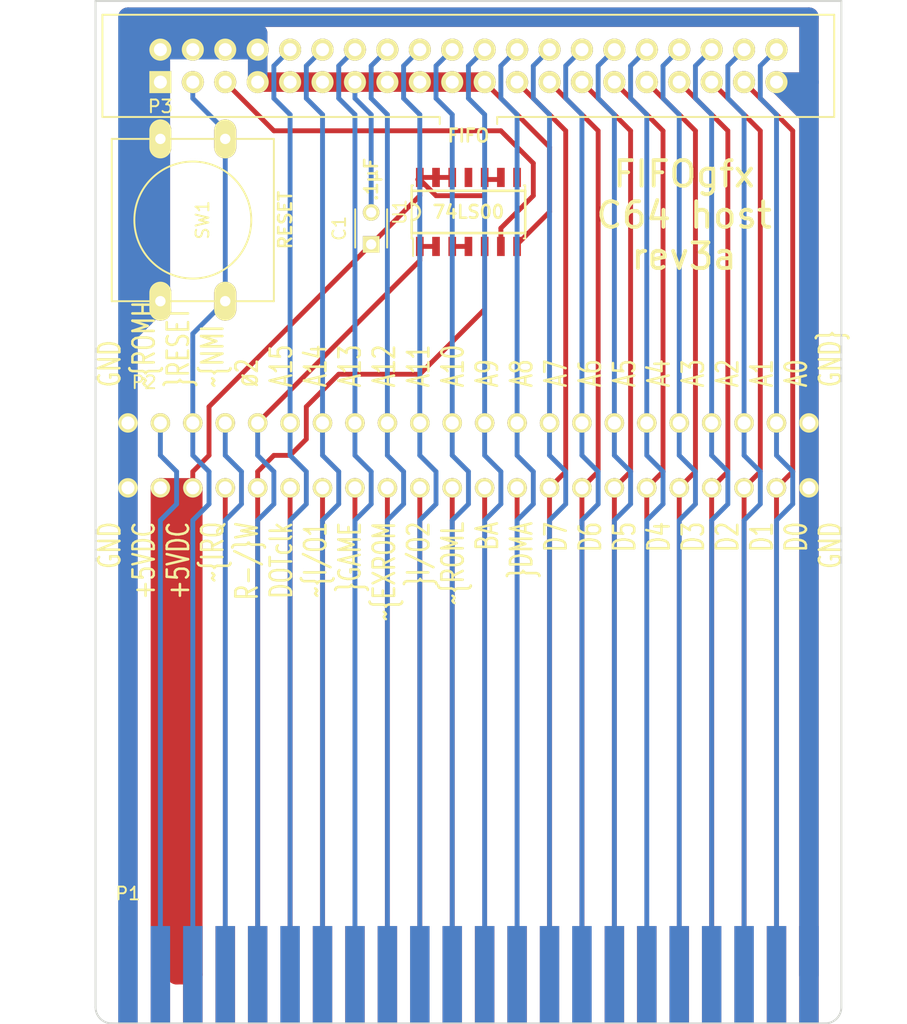
<source format=kicad_pcb>
(kicad_pcb (version 4) (host pcbnew 4.0.2-stable)

  (general
    (links 104)
    (no_connects 0)
    (area 114.024999 40.564999 183.155001 120.85)
    (thickness 1.6)
    (drawings 20)
    (tracks 323)
    (zones 0)
    (modules 6)
    (nets 45)
  )

  (page A4)
  (layers
    (0 F.Cu signal)
    (31 B.Cu signal)
    (32 B.Adhes user)
    (33 F.Adhes user)
    (34 B.Paste user)
    (35 F.Paste user)
    (36 B.SilkS user)
    (37 F.SilkS user)
    (38 B.Mask user)
    (39 F.Mask user)
    (40 Dwgs.User user)
    (41 Cmts.User user)
    (42 Eco1.User user)
    (43 Eco2.User user)
    (44 Edge.Cuts user)
    (45 Margin user)
    (46 B.CrtYd user)
    (47 F.CrtYd user)
    (48 B.Fab user)
    (49 F.Fab user hide)
  )

  (setup
    (last_trace_width 0.381)
    (user_trace_width 0.381)
    (trace_clearance 0.2)
    (zone_clearance 0.508)
    (zone_45_only no)
    (trace_min 0.2)
    (segment_width 0.2)
    (edge_width 0.15)
    (via_size 0.6)
    (via_drill 0.4)
    (via_min_size 0.4)
    (via_min_drill 0.3)
    (uvia_size 0.3)
    (uvia_drill 0.1)
    (uvias_allowed no)
    (uvia_min_size 0.2)
    (uvia_min_drill 0.1)
    (pcb_text_width 0.3)
    (pcb_text_size 1.5 1.5)
    (mod_edge_width 0.15)
    (mod_text_size 1 1)
    (mod_text_width 0.15)
    (pad_size 1.524 1.524)
    (pad_drill 0.762)
    (pad_to_mask_clearance 0.2)
    (aux_axis_origin 0 0)
    (visible_elements FFFFFF7F)
    (pcbplotparams
      (layerselection 0x010e0_80000001)
      (usegerberextensions true)
      (excludeedgelayer false)
      (linewidth 0.100000)
      (plotframeref false)
      (viasonmask false)
      (mode 1)
      (useauxorigin false)
      (hpglpennumber 1)
      (hpglpenspeed 20)
      (hpglpendiameter 15)
      (hpglpenoverlay 2)
      (psnegative false)
      (psa4output false)
      (plotreference false)
      (plotvalue false)
      (plotinvisibletext false)
      (padsonsilk false)
      (subtractmaskfromsilk true)
      (outputformat 1)
      (mirror false)
      (drillshape 0)
      (scaleselection 1)
      (outputdirectory gerber/))
  )

  (net 0 "")
  (net 1 +5V)
  (net 2 GND)
  (net 3 /~IRQ)
  (net 4 /R/~W)
  (net 5 /DOTCLK)
  (net 6 /~I/O1)
  (net 7 /~GAME)
  (net 8 /~EXROM)
  (net 9 /~I/O2)
  (net 10 /~ROML)
  (net 11 /BA)
  (net 12 /~DMA)
  (net 13 /D7)
  (net 14 /D6)
  (net 15 /D5)
  (net 16 /D4)
  (net 17 /D3)
  (net 18 /D2)
  (net 19 /D1)
  (net 20 /D0)
  (net 21 /~ROMH)
  (net 22 /~RESET)
  (net 23 /~NMI)
  (net 24 /PHI2)
  (net 25 /A15)
  (net 26 /A14)
  (net 27 /A13)
  (net 28 /A12)
  (net 29 /A11)
  (net 30 /A10)
  (net 31 /A9)
  (net 32 /A8)
  (net 33 /A7)
  (net 34 /A6)
  (net 35 /A5)
  (net 36 /A4)
  (net 37 /A3)
  (net 38 /A2)
  (net 39 /A1)
  (net 40 /A0)
  (net 41 "Net-(P3-Pad5)")
  (net 42 "Net-(U1-Pad3)")
  (net 43 "Net-(U1-Pad8)")
  (net 44 "Net-(U1-Pad11)")

  (net_class Default "This is the default net class."
    (clearance 0.2)
    (trace_width 0.381)
    (via_dia 0.6)
    (via_drill 0.4)
    (uvia_dia 0.3)
    (uvia_drill 0.1)
    (add_net /A0)
    (add_net /A1)
    (add_net /A10)
    (add_net /A11)
    (add_net /A12)
    (add_net /A13)
    (add_net /A14)
    (add_net /A15)
    (add_net /A2)
    (add_net /A3)
    (add_net /A4)
    (add_net /A5)
    (add_net /A6)
    (add_net /A7)
    (add_net /A8)
    (add_net /A9)
    (add_net /BA)
    (add_net /D0)
    (add_net /D1)
    (add_net /D2)
    (add_net /D3)
    (add_net /D4)
    (add_net /D5)
    (add_net /D6)
    (add_net /D7)
    (add_net /DOTCLK)
    (add_net /PHI2)
    (add_net /R/~W)
    (add_net /~DMA)
    (add_net /~EXROM)
    (add_net /~GAME)
    (add_net /~I/O1)
    (add_net /~I/O2)
    (add_net /~IRQ)
    (add_net /~NMI)
    (add_net /~RESET)
    (add_net /~ROMH)
    (add_net /~ROML)
    (add_net "Net-(P3-Pad5)")
    (add_net "Net-(U1-Pad11)")
    (add_net "Net-(U1-Pad3)")
    (add_net "Net-(U1-Pad8)")
  )

  (net_class Power ""
    (clearance 0.2)
    (trace_width 1.524)
    (via_dia 0.6)
    (via_drill 0.4)
    (uvia_dia 0.3)
    (uvia_drill 0.1)
    (add_net +5V)
    (add_net GND)
  )

  (module Housings_SOIC:SOIC-14_3.9x8.7mm_Pitch1.27mm (layer F.Cu) (tedit 54130A77) (tstamp 5765C950)
    (at 148.59 57.15 90)
    (descr "14-Lead Plastic Small Outline (SL) - Narrow, 3.90 mm Body [SOIC] (see Microchip Packaging Specification 00000049BS.pdf)")
    (tags "SOIC 1.27")
    (path /57648237)
    (attr smd)
    (fp_text reference U1 (at 0 -5.375 90) (layer F.SilkS)
      (effects (font (size 1 1) (thickness 0.15)))
    )
    (fp_text value 74LS00 (at 0 5.375 90) (layer F.Fab)
      (effects (font (size 1 1) (thickness 0.15)))
    )
    (fp_line (start -3.7 -4.65) (end -3.7 4.65) (layer F.CrtYd) (width 0.05))
    (fp_line (start 3.7 -4.65) (end 3.7 4.65) (layer F.CrtYd) (width 0.05))
    (fp_line (start -3.7 -4.65) (end 3.7 -4.65) (layer F.CrtYd) (width 0.05))
    (fp_line (start -3.7 4.65) (end 3.7 4.65) (layer F.CrtYd) (width 0.05))
    (fp_line (start -2.075 -4.45) (end -2.075 -4.335) (layer F.SilkS) (width 0.15))
    (fp_line (start 2.075 -4.45) (end 2.075 -4.335) (layer F.SilkS) (width 0.15))
    (fp_line (start 2.075 4.45) (end 2.075 4.335) (layer F.SilkS) (width 0.15))
    (fp_line (start -2.075 4.45) (end -2.075 4.335) (layer F.SilkS) (width 0.15))
    (fp_line (start -2.075 -4.45) (end 2.075 -4.45) (layer F.SilkS) (width 0.15))
    (fp_line (start -2.075 4.45) (end 2.075 4.45) (layer F.SilkS) (width 0.15))
    (fp_line (start -2.075 -4.335) (end -3.45 -4.335) (layer F.SilkS) (width 0.15))
    (pad 1 smd rect (at -2.7 -3.81 90) (size 1.5 0.6) (layers F.Cu F.Paste F.Mask)
      (net 24 /PHI2))
    (pad 2 smd rect (at -2.7 -2.54 90) (size 1.5 0.6) (layers F.Cu F.Paste F.Mask)
      (net 24 /PHI2))
    (pad 3 smd rect (at -2.7 -1.27 90) (size 1.5 0.6) (layers F.Cu F.Paste F.Mask)
      (net 42 "Net-(U1-Pad3)"))
    (pad 4 smd rect (at -2.7 0 90) (size 1.5 0.6) (layers F.Cu F.Paste F.Mask)
      (net 42 "Net-(U1-Pad3)"))
    (pad 5 smd rect (at -2.7 1.27 90) (size 1.5 0.6) (layers F.Cu F.Paste F.Mask)
      (net 4 /R/~W))
    (pad 6 smd rect (at -2.7 2.54 90) (size 1.5 0.6) (layers F.Cu F.Paste F.Mask)
      (net 41 "Net-(P3-Pad5)"))
    (pad 7 smd rect (at -2.7 3.81 90) (size 1.5 0.6) (layers F.Cu F.Paste F.Mask)
      (net 2 GND))
    (pad 8 smd rect (at 2.7 3.81 90) (size 1.5 0.6) (layers F.Cu F.Paste F.Mask)
      (net 43 "Net-(U1-Pad8)"))
    (pad 9 smd rect (at 2.7 2.54 90) (size 1.5 0.6) (layers F.Cu F.Paste F.Mask)
      (net 1 +5V))
    (pad 10 smd rect (at 2.7 1.27 90) (size 1.5 0.6) (layers F.Cu F.Paste F.Mask)
      (net 1 +5V))
    (pad 11 smd rect (at 2.7 0 90) (size 1.5 0.6) (layers F.Cu F.Paste F.Mask)
      (net 44 "Net-(U1-Pad11)"))
    (pad 12 smd rect (at 2.7 -1.27 90) (size 1.5 0.6) (layers F.Cu F.Paste F.Mask)
      (net 1 +5V))
    (pad 13 smd rect (at 2.7 -2.54 90) (size 1.5 0.6) (layers F.Cu F.Paste F.Mask)
      (net 1 +5V))
    (pad 14 smd rect (at 2.7 -3.81 90) (size 1.5 0.6) (layers F.Cu F.Paste F.Mask)
      (net 1 +5V))
    (model Housings_SOIC.3dshapes/SOIC-14_3.9x8.7mm_Pitch1.27mm.wrl
      (at (xyz 0 0 0))
      (scale (xyz 1 1 1))
      (rotate (xyz 0 0 0))
    )
  )

  (module c64cart:c64cartedge (layer F.Cu) (tedit 576851E1) (tstamp 57665F6C)
    (at 148.59 116.84)
    (path /576183F6)
    (fp_text reference P1 (at -26.67 -6.35) (layer F.SilkS)
      (effects (font (size 1 1) (thickness 0.15)))
    )
    (fp_text value c64cartedge (at 0 -6.35) (layer F.Fab)
      (effects (font (size 1 1) (thickness 0.15)))
    )
    (fp_text user "C64 case" (at -33.02 -29.21) (layer F.Fab)
      (effects (font (size 1 1) (thickness 0.15)))
    )
    (fp_line (start -27.94 -27.94) (end 29.21 -27.94) (layer F.Fab) (width 0.15))
    (fp_line (start 29.21 -27.94) (end -29.21 -27.94) (layer F.Fab) (width 0.15))
    (pad 1 connect rect (at -26.67 0) (size 1.524 7.62) (layers *.Mask F.Cu)
      (net 2 GND))
    (pad 2 connect rect (at -24.13 0) (size 1.524 7.62) (layers *.Mask F.Cu)
      (net 1 +5V))
    (pad 3 connect rect (at -21.59 0) (size 1.524 7.62) (layers *.Mask F.Cu)
      (net 1 +5V))
    (pad 4 connect rect (at -19.05 0) (size 1.524 7.62) (layers *.Mask F.Cu)
      (net 3 /~IRQ))
    (pad 5 connect rect (at -16.51 0) (size 1.524 7.62) (layers *.Mask F.Cu)
      (net 4 /R/~W))
    (pad 6 connect rect (at -13.97 0) (size 1.524 7.62) (layers *.Mask F.Cu)
      (net 5 /DOTCLK))
    (pad 7 connect rect (at -11.43 0) (size 1.524 7.62) (layers *.Mask F.Cu)
      (net 6 /~I/O1))
    (pad 8 connect rect (at -8.89 0) (size 1.524 7.62) (layers *.Mask F.Cu)
      (net 7 /~GAME))
    (pad 9 connect rect (at -6.35 0) (size 1.524 7.62) (layers *.Mask F.Cu)
      (net 8 /~EXROM))
    (pad 10 connect rect (at -3.81 0) (size 1.524 7.62) (layers *.Mask F.Cu)
      (net 9 /~I/O2))
    (pad 11 connect rect (at -1.27 0) (size 1.524 7.62) (layers *.Mask F.Cu)
      (net 10 /~ROML))
    (pad 12 connect rect (at 1.27 0) (size 1.524 7.62) (layers *.Mask F.Cu)
      (net 11 /BA))
    (pad 13 connect rect (at 3.81 0) (size 1.524 7.62) (layers *.Mask F.Cu)
      (net 12 /~DMA))
    (pad 14 connect rect (at 6.35 0) (size 1.524 7.62) (layers *.Mask F.Cu)
      (net 13 /D7))
    (pad 15 connect rect (at 8.89 0) (size 1.524 7.62) (layers *.Mask F.Cu)
      (net 14 /D6))
    (pad 16 connect rect (at 11.43 0) (size 1.524 7.62) (layers *.Mask F.Cu)
      (net 15 /D5))
    (pad 17 connect rect (at 13.97 0) (size 1.524 7.62) (layers *.Mask F.Cu)
      (net 16 /D4))
    (pad 18 connect rect (at 16.51 0) (size 1.524 7.62) (layers *.Mask F.Cu)
      (net 17 /D3))
    (pad 19 connect rect (at 19.05 0) (size 1.524 7.62) (layers *.Mask F.Cu)
      (net 18 /D2))
    (pad 20 connect rect (at 21.59 0) (size 1.524 7.62) (layers *.Mask F.Cu)
      (net 19 /D1))
    (pad 21 connect rect (at 24.13 0) (size 1.524 7.62) (layers *.Mask F.Cu)
      (net 20 /D0))
    (pad 22 connect rect (at 26.67 0) (size 1.524 7.62) (layers *.Mask F.Cu)
      (net 2 GND))
    (pad 23 connect rect (at -26.67 0) (size 1.524 7.62) (layers *.Mask B.Cu)
      (net 2 GND))
    (pad 24 connect rect (at -24.13 0) (size 1.524 7.62) (layers *.Mask B.Cu)
      (net 21 /~ROMH))
    (pad 25 connect rect (at -21.59 0) (size 1.524 7.62) (layers *.Mask B.Cu)
      (net 22 /~RESET))
    (pad 26 connect rect (at -19.05 0) (size 1.524 7.62) (layers *.Mask B.Cu)
      (net 23 /~NMI))
    (pad 27 connect rect (at -16.51 0) (size 1.524 7.62) (layers *.Mask B.Cu)
      (net 24 /PHI2))
    (pad 28 connect rect (at -13.97 0) (size 1.524 7.62) (layers *.Mask B.Cu)
      (net 25 /A15))
    (pad 29 connect rect (at -11.43 0) (size 1.524 7.62) (layers *.Mask B.Cu)
      (net 26 /A14))
    (pad 30 connect rect (at -8.89 0) (size 1.524 7.62) (layers *.Mask B.Cu)
      (net 27 /A13))
    (pad 31 connect rect (at -6.35 0) (size 1.524 7.62) (layers *.Mask B.Cu)
      (net 28 /A12))
    (pad 32 connect rect (at -3.81 0) (size 1.524 7.62) (layers *.Mask B.Cu)
      (net 29 /A11))
    (pad 33 connect rect (at -1.27 0) (size 1.524 7.62) (layers *.Mask B.Cu)
      (net 30 /A10))
    (pad 34 connect rect (at 1.27 0) (size 1.524 7.62) (layers *.Mask B.Cu)
      (net 31 /A9))
    (pad 35 connect rect (at 3.81 0) (size 1.524 7.62) (layers *.Mask B.Cu)
      (net 32 /A8))
    (pad 36 connect rect (at 6.35 0) (size 1.524 7.62) (layers *.Mask B.Cu)
      (net 33 /A7))
    (pad 37 connect rect (at 8.89 0) (size 1.524 7.62) (layers *.Mask B.Cu)
      (net 34 /A6))
    (pad 38 connect rect (at 11.43 0) (size 1.524 7.62) (layers *.Mask B.Cu)
      (net 35 /A5))
    (pad 39 connect rect (at 13.97 0) (size 1.524 7.62) (layers *.Mask B.Cu)
      (net 36 /A4))
    (pad 40 connect rect (at 16.51 0) (size 1.524 7.62) (layers *.Mask B.Cu)
      (net 37 /A3))
    (pad 41 connect rect (at 19.05 0) (size 1.524 7.62) (layers *.Mask B.Cu)
      (net 38 /A2))
    (pad 42 connect rect (at 21.59 0) (size 1.524 7.62) (layers *.Mask B.Cu)
      (net 39 /A1))
    (pad 43 connect rect (at 24.13 0) (size 1.524 7.62) (layers *.Mask B.Cu)
      (net 40 /A0))
    (pad 44 connect rect (at 26.67 0) (size 1.524 7.62) (layers *.Mask B.Cu)
      (net 2 GND))
  )

  (module Buttons_Switches_ThroughHole:SW_PUSH-12mm (layer F.Cu) (tedit 53FD9538) (tstamp 57667008)
    (at 127 57.785 270)
    (path /57666C6B)
    (fp_text reference SW1 (at 0 -0.762 270) (layer F.SilkS)
      (effects (font (size 1 1) (thickness 0.15)))
    )
    (fp_text value SW_PUSH (at 0 1.016 270) (layer F.Fab)
      (effects (font (size 1 1) (thickness 0.15)))
    )
    (fp_circle (center 0 0) (end 3.81 2.54) (layer F.SilkS) (width 0.15))
    (fp_line (start -6.35 -6.35) (end 6.35 -6.35) (layer F.SilkS) (width 0.15))
    (fp_line (start 6.35 -6.35) (end 6.35 6.35) (layer F.SilkS) (width 0.15))
    (fp_line (start 6.35 6.35) (end -6.35 6.35) (layer F.SilkS) (width 0.15))
    (fp_line (start -6.35 6.35) (end -6.35 -6.35) (layer F.SilkS) (width 0.15))
    (pad 1 thru_hole oval (at 6.35 -2.54 270) (size 3.048 1.7272) (drill 0.8128) (layers *.Cu *.Mask F.SilkS)
      (net 22 /~RESET))
    (pad 2 thru_hole oval (at 6.35 2.54 270) (size 3.048 1.7272) (drill 0.8128) (layers *.Cu *.Mask F.SilkS)
      (net 2 GND))
    (pad 1 thru_hole oval (at -6.35 -2.54 270) (size 3.048 1.7272) (drill 0.8128) (layers *.Cu *.Mask F.SilkS)
      (net 22 /~RESET))
    (pad 2 thru_hole oval (at -6.35 2.54 270) (size 3.048 1.7272) (drill 0.8128) (layers *.Cu *.Mask F.SilkS)
      (net 2 GND))
    (model Buttons_Switches_ThroughHole.3dshapes/SW_PUSH-12mm.wrl
      (at (xyz 0 0 0))
      (scale (xyz 4 4 4))
      (rotate (xyz 0 0 0))
    )
  )

  (module c64cart:c64cartvert (layer F.Cu) (tedit 57683B17) (tstamp 57647181)
    (at 148.59 76.2)
    (path /57642499)
    (fp_text reference P2 (at -25.4 -5.715) (layer F.SilkS)
      (effects (font (size 1 1) (thickness 0.15)))
    )
    (fp_text value c64cartedge (at 0 5.715) (layer F.Fab)
      (effects (font (size 1 1) (thickness 0.15)))
    )
    (fp_line (start -29.21 -0.93345) (end 29.21 -0.93345) (layer F.Fab) (width 0.15))
    (fp_line (start 29.21 -0.93345) (end 29.21 0.93345) (layer F.Fab) (width 0.15))
    (fp_line (start 29.21 0.93345) (end -29.21 0.93345) (layer F.Fab) (width 0.15))
    (fp_line (start -29.21 0.93345) (end -29.21 -0.93345) (layer F.Fab) (width 0.15))
    (fp_line (start 34.29 -11.43) (end -34.29 -11.43) (layer F.Fab) (width 0.15))
    (fp_line (start -34.29 -11.43) (end -34.29 11.43) (layer F.Fab) (width 0.15))
    (fp_line (start -34.29 11.43) (end 34.29 11.43) (layer F.Fab) (width 0.15))
    (fp_line (start 34.29 11.43) (end 34.29 -11.43) (layer F.Fab) (width 0.15))
    (fp_line (start -31.242 -4.6736) (end 31.242 -4.6736) (layer F.Fab) (width 0.15))
    (fp_line (start 31.242 -4.6736) (end 31.242 4.6736) (layer F.Fab) (width 0.15))
    (fp_line (start 31.242 4.6736) (end -31.242 4.6736) (layer F.Fab) (width 0.15))
    (fp_line (start -31.242 4.6736) (end -31.242 -4.6736) (layer F.Fab) (width 0.15))
    (pad 1 thru_hole circle (at -26.67 2.54) (size 1.524 1.524) (drill 1.016) (layers *.Cu *.Mask F.SilkS)
      (net 2 GND))
    (pad 2 thru_hole circle (at -24.13 2.54) (size 1.524 1.524) (drill 1.016) (layers *.Cu *.Mask F.SilkS)
      (net 1 +5V))
    (pad 3 thru_hole circle (at -21.59 2.54) (size 1.524 1.524) (drill 1.016) (layers *.Cu *.Mask F.SilkS)
      (net 1 +5V))
    (pad 4 thru_hole circle (at -19.05 2.54) (size 1.524 1.524) (drill 1.016) (layers *.Cu *.Mask F.SilkS)
      (net 3 /~IRQ))
    (pad 5 thru_hole circle (at -16.51 2.54) (size 1.524 1.524) (drill 1.016) (layers *.Cu *.Mask F.SilkS)
      (net 4 /R/~W))
    (pad 6 thru_hole circle (at -13.97 2.54) (size 1.524 1.524) (drill 1.016) (layers *.Cu *.Mask F.SilkS)
      (net 5 /DOTCLK))
    (pad 7 thru_hole circle (at -11.43 2.54) (size 1.524 1.524) (drill 1.016) (layers *.Cu *.Mask F.SilkS)
      (net 6 /~I/O1))
    (pad 8 thru_hole circle (at -8.89 2.54) (size 1.524 1.524) (drill 1.016) (layers *.Cu *.Mask F.SilkS)
      (net 7 /~GAME))
    (pad 9 thru_hole circle (at -6.35 2.54) (size 1.524 1.524) (drill 1.016) (layers *.Cu *.Mask F.SilkS)
      (net 8 /~EXROM))
    (pad 10 thru_hole circle (at -3.81 2.54) (size 1.524 1.524) (drill 1.016) (layers *.Cu *.Mask F.SilkS)
      (net 9 /~I/O2))
    (pad 11 thru_hole circle (at -1.27 2.54) (size 1.524 1.524) (drill 1.016) (layers *.Cu *.Mask F.SilkS)
      (net 10 /~ROML))
    (pad 12 thru_hole circle (at 1.27 2.54) (size 1.524 1.524) (drill 1.016) (layers *.Cu *.Mask F.SilkS)
      (net 11 /BA))
    (pad 13 thru_hole circle (at 3.81 2.54) (size 1.524 1.524) (drill 1.016) (layers *.Cu *.Mask F.SilkS)
      (net 12 /~DMA))
    (pad 14 thru_hole circle (at 6.35 2.54) (size 1.524 1.524) (drill 1.016) (layers *.Cu *.Mask F.SilkS)
      (net 13 /D7))
    (pad 15 thru_hole circle (at 8.89 2.54) (size 1.524 1.524) (drill 1.016) (layers *.Cu *.Mask F.SilkS)
      (net 14 /D6))
    (pad 16 thru_hole circle (at 11.43 2.54) (size 1.524 1.524) (drill 1.016) (layers *.Cu *.Mask F.SilkS)
      (net 15 /D5))
    (pad 17 thru_hole circle (at 13.97 2.54) (size 1.524 1.524) (drill 1.016) (layers *.Cu *.Mask F.SilkS)
      (net 16 /D4))
    (pad 18 thru_hole circle (at 16.51 2.54) (size 1.524 1.524) (drill 1.016) (layers *.Cu *.Mask F.SilkS)
      (net 17 /D3))
    (pad 19 thru_hole circle (at 19.05 2.54) (size 1.524 1.524) (drill 1.016) (layers *.Cu *.Mask F.SilkS)
      (net 18 /D2))
    (pad 20 thru_hole circle (at 21.59 2.54) (size 1.524 1.524) (drill 1.016) (layers *.Cu *.Mask F.SilkS)
      (net 19 /D1))
    (pad 21 thru_hole circle (at 24.13 2.54) (size 1.524 1.524) (drill 1.016) (layers *.Cu *.Mask F.SilkS)
      (net 20 /D0))
    (pad 22 thru_hole circle (at 26.67 2.54) (size 1.524 1.524) (drill 1.016) (layers *.Cu *.Mask F.SilkS)
      (net 2 GND))
    (pad 23 thru_hole circle (at -26.67 -2.54) (size 1.524 1.524) (drill 1.016) (layers *.Cu *.Mask F.SilkS)
      (net 2 GND))
    (pad 24 thru_hole circle (at -24.13 -2.54) (size 1.524 1.524) (drill 1.016) (layers *.Cu *.Mask F.SilkS)
      (net 21 /~ROMH))
    (pad 25 thru_hole circle (at -21.59 -2.54) (size 1.524 1.524) (drill 1.016) (layers *.Cu *.Mask F.SilkS)
      (net 22 /~RESET))
    (pad 26 thru_hole circle (at -19.05 -2.54) (size 1.524 1.524) (drill 1.016) (layers *.Cu *.Mask F.SilkS)
      (net 23 /~NMI))
    (pad 27 thru_hole circle (at -16.51 -2.54) (size 1.524 1.524) (drill 1.016) (layers *.Cu *.Mask F.SilkS)
      (net 24 /PHI2))
    (pad 28 thru_hole circle (at -13.97 -2.54) (size 1.524 1.524) (drill 1.016) (layers *.Cu *.Mask F.SilkS)
      (net 25 /A15))
    (pad 29 thru_hole circle (at -11.43 -2.54) (size 1.524 1.524) (drill 1.016) (layers *.Cu *.Mask F.SilkS)
      (net 26 /A14))
    (pad 30 thru_hole circle (at -8.89 -2.54) (size 1.524 1.524) (drill 1.016) (layers *.Cu *.Mask F.SilkS)
      (net 27 /A13))
    (pad 31 thru_hole circle (at -6.35 -2.54) (size 1.524 1.524) (drill 1.016) (layers *.Cu *.Mask F.SilkS)
      (net 28 /A12))
    (pad 32 thru_hole circle (at -3.81 -2.54) (size 1.524 1.524) (drill 1.016) (layers *.Cu *.Mask F.SilkS)
      (net 29 /A11))
    (pad 33 thru_hole circle (at -1.27 -2.54) (size 1.524 1.524) (drill 1.016) (layers *.Cu *.Mask F.SilkS)
      (net 30 /A10))
    (pad 34 thru_hole circle (at 1.27 -2.54) (size 1.524 1.524) (drill 1.016) (layers *.Cu *.Mask F.SilkS)
      (net 31 /A9))
    (pad 35 thru_hole circle (at 3.81 -2.54) (size 1.524 1.524) (drill 1.016) (layers *.Cu *.Mask F.SilkS)
      (net 32 /A8))
    (pad 36 thru_hole circle (at 6.35 -2.54) (size 1.524 1.524) (drill 1.016) (layers *.Cu *.Mask F.SilkS)
      (net 33 /A7))
    (pad 37 thru_hole circle (at 8.89 -2.54) (size 1.524 1.524) (drill 1.016) (layers *.Cu *.Mask F.SilkS)
      (net 34 /A6))
    (pad 38 thru_hole circle (at 11.43 -2.54) (size 1.524 1.524) (drill 1.016) (layers *.Cu *.Mask F.SilkS)
      (net 35 /A5))
    (pad 39 thru_hole circle (at 13.97 -2.54) (size 1.524 1.524) (drill 1.016) (layers *.Cu *.Mask F.SilkS)
      (net 36 /A4))
    (pad 40 thru_hole circle (at 16.51 -2.54) (size 1.524 1.524) (drill 1.016) (layers *.Cu *.Mask F.SilkS)
      (net 37 /A3))
    (pad 41 thru_hole circle (at 19.05 -2.54) (size 1.524 1.524) (drill 1.016) (layers *.Cu *.Mask F.SilkS)
      (net 38 /A2))
    (pad 42 thru_hole circle (at 21.59 -2.54) (size 1.524 1.524) (drill 1.016) (layers *.Cu *.Mask F.SilkS)
      (net 39 /A1))
    (pad 43 thru_hole circle (at 24.13 -2.54) (size 1.524 1.524) (drill 1.016) (layers *.Cu *.Mask F.SilkS)
      (net 40 /A0))
    (pad 44 thru_hole circle (at 26.67 -2.54) (size 1.524 1.524) (drill 1.016) (layers *.Cu *.Mask F.SilkS)
      (net 2 GND))
  )

  (module Capacitors_ThroughHole:C_Disc_D3_P2.5 (layer F.Cu) (tedit 0) (tstamp 576510E3)
    (at 140.97 59.69 90)
    (descr "Capacitor 3mm Disc, Pitch 2.5mm")
    (tags Capacitor)
    (path /57651087)
    (fp_text reference C1 (at 1.25 -2.5 90) (layer F.SilkS)
      (effects (font (size 1 1) (thickness 0.15)))
    )
    (fp_text value C (at 1.25 2.5 90) (layer F.Fab)
      (effects (font (size 1 1) (thickness 0.15)))
    )
    (fp_line (start -0.9 -1.5) (end 3.4 -1.5) (layer F.CrtYd) (width 0.05))
    (fp_line (start 3.4 -1.5) (end 3.4 1.5) (layer F.CrtYd) (width 0.05))
    (fp_line (start 3.4 1.5) (end -0.9 1.5) (layer F.CrtYd) (width 0.05))
    (fp_line (start -0.9 1.5) (end -0.9 -1.5) (layer F.CrtYd) (width 0.05))
    (fp_line (start -0.25 -1.25) (end 2.75 -1.25) (layer F.SilkS) (width 0.15))
    (fp_line (start 2.75 1.25) (end -0.25 1.25) (layer F.SilkS) (width 0.15))
    (pad 1 thru_hole rect (at 0 0 90) (size 1.3 1.3) (drill 0.8) (layers *.Cu *.Mask F.SilkS)
      (net 1 +5V))
    (pad 2 thru_hole circle (at 2.5 0 90) (size 1.3 1.3) (drill 0.8001) (layers *.Cu *.Mask F.SilkS)
      (net 2 GND))
    (model Capacitors_ThroughHole.3dshapes/C_Disc_D3_P2.5.wrl
      (at (xyz 0.0492126 0 0))
      (scale (xyz 1 1 1))
      (rotate (xyz 0 0 0))
    )
  )

  (module c64cart:FIFObus_header_40pin (layer F.Cu) (tedit 5768517F) (tstamp 576471C0)
    (at 124.46 46.99)
    (descr "40 pins through hole IDC header")
    (tags "IDC header socket VASCH")
    (path /576478BA)
    (fp_text reference P3 (at 0 1.905) (layer F.SilkS)
      (effects (font (size 1 1) (thickness 0.15)))
    )
    (fp_text value fifobus (at 24.13 5.223) (layer F.Fab)
      (effects (font (size 1 1) (thickness 0.15)))
    )
    (fp_line (start -4.54 -5.27) (end 52.78 -5.27) (layer F.SilkS) (width 0.15))
    (fp_line (start -4.54 2.73) (end 21.88 2.73) (layer F.SilkS) (width 0.15))
    (fp_line (start 26.38 2.73) (end 52.78 2.73) (layer F.SilkS) (width 0.15))
    (fp_line (start 21.88 2.73) (end 21.88 3.28) (layer F.SilkS) (width 0.15))
    (fp_line (start 26.38 2.73) (end 26.38 3.28) (layer F.SilkS) (width 0.15))
    (fp_line (start -4.54 -5.27) (end -4.54 2.73) (layer F.SilkS) (width 0.15))
    (fp_line (start 52.78 -5.27) (end 52.78 2.73) (layer F.SilkS) (width 0.15))
    (pad 1 thru_hole rect (at 0 0) (size 1.7272 1.7272) (drill 1.016) (layers *.Cu *.Mask F.SilkS)
      (net 2 GND))
    (pad 2 thru_hole oval (at 0 -2.54) (size 1.7272 1.7272) (drill 1.016) (layers *.Cu *.Mask F.SilkS)
      (net 2 GND))
    (pad 3 thru_hole oval (at 2.54 0) (size 1.7272 1.7272) (drill 1.016) (layers *.Cu *.Mask F.SilkS)
      (net 22 /~RESET))
    (pad 4 thru_hole oval (at 2.54 -2.54) (size 1.7272 1.7272) (drill 1.016) (layers *.Cu *.Mask F.SilkS)
      (net 2 GND))
    (pad 5 thru_hole oval (at 5.08 0) (size 1.7272 1.7272) (drill 1.016) (layers *.Cu *.Mask F.SilkS)
      (net 41 "Net-(P3-Pad5)"))
    (pad 6 thru_hole oval (at 5.08 -2.54) (size 1.7272 1.7272) (drill 1.016) (layers *.Cu *.Mask F.SilkS)
      (net 2 GND))
    (pad 7 thru_hole oval (at 7.62 0) (size 1.7272 1.7272) (drill 1.016) (layers *.Cu *.Mask F.SilkS)
      (net 2 GND))
    (pad 8 thru_hole oval (at 7.62 -2.54) (size 1.7272 1.7272) (drill 1.016) (layers *.Cu *.Mask F.SilkS)
      (net 2 GND))
    (pad 9 thru_hole oval (at 10.16 0) (size 1.7272 1.7272) (drill 1.016) (layers *.Cu *.Mask F.SilkS)
      (net 2 GND))
    (pad 10 thru_hole oval (at 10.16 -2.54) (size 1.7272 1.7272) (drill 1.016) (layers *.Cu *.Mask F.SilkS)
      (net 25 /A15))
    (pad 11 thru_hole oval (at 12.7 0) (size 1.7272 1.7272) (drill 1.016) (layers *.Cu *.Mask F.SilkS)
      (net 2 GND))
    (pad 12 thru_hole oval (at 12.7 -2.54) (size 1.7272 1.7272) (drill 1.016) (layers *.Cu *.Mask F.SilkS)
      (net 26 /A14))
    (pad 13 thru_hole oval (at 15.24 0) (size 1.7272 1.7272) (drill 1.016) (layers *.Cu *.Mask F.SilkS)
      (net 2 GND))
    (pad 14 thru_hole oval (at 15.24 -2.54) (size 1.7272 1.7272) (drill 1.016) (layers *.Cu *.Mask F.SilkS)
      (net 27 /A13))
    (pad 15 thru_hole oval (at 17.78 0) (size 1.7272 1.7272) (drill 1.016) (layers *.Cu *.Mask F.SilkS)
      (net 2 GND))
    (pad 16 thru_hole oval (at 17.78 -2.54) (size 1.7272 1.7272) (drill 1.016) (layers *.Cu *.Mask F.SilkS)
      (net 28 /A12))
    (pad 17 thru_hole oval (at 20.32 0) (size 1.7272 1.7272) (drill 1.016) (layers *.Cu *.Mask F.SilkS)
      (net 2 GND))
    (pad 18 thru_hole oval (at 20.32 -2.54) (size 1.7272 1.7272) (drill 1.016) (layers *.Cu *.Mask F.SilkS)
      (net 29 /A11))
    (pad 19 thru_hole oval (at 22.86 0) (size 1.7272 1.7272) (drill 1.016) (layers *.Cu *.Mask F.SilkS)
      (net 2 GND))
    (pad 20 thru_hole oval (at 22.86 -2.54) (size 1.7272 1.7272) (drill 1.016) (layers *.Cu *.Mask F.SilkS)
      (net 30 /A10))
    (pad 21 thru_hole oval (at 25.4 0) (size 1.7272 1.7272) (drill 1.016) (layers *.Cu *.Mask F.SilkS)
      (net 2 GND))
    (pad 22 thru_hole oval (at 25.4 -2.54) (size 1.7272 1.7272) (drill 1.016) (layers *.Cu *.Mask F.SilkS)
      (net 31 /A9))
    (pad 23 thru_hole oval (at 27.94 0) (size 1.7272 1.7272) (drill 1.016) (layers *.Cu *.Mask F.SilkS)
      (net 13 /D7))
    (pad 24 thru_hole oval (at 27.94 -2.54) (size 1.7272 1.7272) (drill 1.016) (layers *.Cu *.Mask F.SilkS)
      (net 32 /A8))
    (pad 25 thru_hole oval (at 30.48 0) (size 1.7272 1.7272) (drill 1.016) (layers *.Cu *.Mask F.SilkS)
      (net 14 /D6))
    (pad 26 thru_hole oval (at 30.48 -2.54) (size 1.7272 1.7272) (drill 1.016) (layers *.Cu *.Mask F.SilkS)
      (net 33 /A7))
    (pad 27 thru_hole oval (at 33.02 0) (size 1.7272 1.7272) (drill 1.016) (layers *.Cu *.Mask F.SilkS)
      (net 15 /D5))
    (pad 28 thru_hole oval (at 33.02 -2.54) (size 1.7272 1.7272) (drill 1.016) (layers *.Cu *.Mask F.SilkS)
      (net 34 /A6))
    (pad 29 thru_hole oval (at 35.56 0) (size 1.7272 1.7272) (drill 1.016) (layers *.Cu *.Mask F.SilkS)
      (net 16 /D4))
    (pad 30 thru_hole oval (at 35.56 -2.54) (size 1.7272 1.7272) (drill 1.016) (layers *.Cu *.Mask F.SilkS)
      (net 35 /A5))
    (pad 31 thru_hole oval (at 38.1 0) (size 1.7272 1.7272) (drill 1.016) (layers *.Cu *.Mask F.SilkS)
      (net 17 /D3))
    (pad 32 thru_hole oval (at 38.1 -2.54) (size 1.7272 1.7272) (drill 1.016) (layers *.Cu *.Mask F.SilkS)
      (net 36 /A4))
    (pad 33 thru_hole oval (at 40.64 0) (size 1.7272 1.7272) (drill 1.016) (layers *.Cu *.Mask F.SilkS)
      (net 18 /D2))
    (pad 34 thru_hole oval (at 40.64 -2.54) (size 1.7272 1.7272) (drill 1.016) (layers *.Cu *.Mask F.SilkS)
      (net 37 /A3))
    (pad 35 thru_hole oval (at 43.18 0) (size 1.7272 1.7272) (drill 1.016) (layers *.Cu *.Mask F.SilkS)
      (net 19 /D1))
    (pad 36 thru_hole oval (at 43.18 -2.54) (size 1.7272 1.7272) (drill 1.016) (layers *.Cu *.Mask F.SilkS)
      (net 38 /A2))
    (pad 37 thru_hole oval (at 45.72 0) (size 1.7272 1.7272) (drill 1.016) (layers *.Cu *.Mask F.SilkS)
      (net 20 /D0))
    (pad 38 thru_hole oval (at 45.72 -2.54) (size 1.7272 1.7272) (drill 1.016) (layers *.Cu *.Mask F.SilkS)
      (net 39 /A1))
    (pad 39 thru_hole oval (at 48.26 0) (size 1.7272 1.7272) (drill 1.016) (layers *.Cu *.Mask F.SilkS)
      (net 2 GND))
    (pad 40 thru_hole oval (at 48.26 -2.54) (size 1.7272 1.7272) (drill 1.016) (layers *.Cu *.Mask F.SilkS)
      (net 40 /A0))
  )

  (gr_text "GND\n~ROMH\n~RESET\n~NMI\nø2\nA15\nA14\nA13\nA12\nA11\nA10\nA9\nA8\nA7\nA6\nA5\nA4\nA3\nA2\nA1\nA0\nGND" (at 148.717 70.993 90) (layer F.SilkS)
    (effects (font (size 1.67 1.2) (thickness 0.2)) (justify left))
  )
  (gr_text "GND\n+5VDC\n+5VDC\n~IRQ\nR-/~W\nDOTclk\n~I/O1\n~GAME\n~EXROM\n~I/O2\n~ROML\nBA\n~DMA\nD7\nD6\nD5\nD4\nD3\nD2\nD1\nD0\nGND" (at 148.717 81.28 90) (layer F.SilkS)
    (effects (font (size 1.67 1.2) (thickness 0.2)) (justify right))
  )
  (gr_text "FIFOgfx\nC64 host\nrev3a" (at 165.481 57.404) (layer F.SilkS)
    (effects (font (size 2 2) (thickness 0.3)))
  )
  (gr_text FIFO (at 148.59 51.181) (layer F.SilkS)
    (effects (font (size 1 1) (thickness 0.2)))
  )
  (gr_text RESET (at 134.239 57.785 90) (layer F.SilkS)
    (effects (font (size 1 1) (thickness 0.2)))
  )
  (gr_text .1µF (at 140.97 54.61 90) (layer F.SilkS)
    (effects (font (size 1 1) (thickness 0.2)))
  )
  (gr_line (start 144.145 58.801) (end 144.145 57.785) (angle 90) (layer F.SilkS) (width 0.2))
  (gr_line (start 153.035 58.801) (end 144.145 58.801) (angle 90) (layer F.SilkS) (width 0.2))
  (gr_line (start 153.035 55.499) (end 153.035 58.801) (angle 90) (layer F.SilkS) (width 0.2))
  (gr_line (start 144.145 55.499) (end 153.035 55.499) (angle 90) (layer F.SilkS) (width 0.2))
  (gr_line (start 144.145 56.515) (end 144.145 55.499) (angle 90) (layer F.SilkS) (width 0.2))
  (gr_arc (start 144.145 57.15) (end 144.145 56.515) (angle 90) (layer F.SilkS) (width 0.2))
  (gr_arc (start 144.145 57.15) (end 144.78 57.15) (angle 90) (layer F.SilkS) (width 0.2))
  (gr_text 74LS00 (at 148.59 57.15) (layer F.SilkS)
    (effects (font (size 1 1) (thickness 0.2)))
  )
  (gr_line (start 119.38 40.64) (end 119.38 119.38) (angle 90) (layer Edge.Cuts) (width 0.15))
  (gr_line (start 177.8 119.38) (end 177.8 40.64) (angle 90) (layer Edge.Cuts) (width 0.15))
  (gr_line (start 119.38 40.64) (end 177.8 40.64) (angle 90) (layer Edge.Cuts) (width 0.15))
  (gr_line (start 120.65 120.65) (end 176.53 120.65) (angle 90) (layer Edge.Cuts) (width 0.15))
  (gr_arc (start 176.53 119.38) (end 177.8 119.38) (angle 90) (layer Edge.Cuts) (width 0.15))
  (gr_arc (start 120.65 119.38) (end 120.65 120.65) (angle 90) (layer Edge.Cuts) (width 0.15))

  (segment (start 144.78 54.45) (end 144.78 54.61) (width 0.381) (layer F.Cu) (net 1))
  (segment (start 144.78 54.61) (end 146.05 55.88) (width 0.381) (layer F.Cu) (net 1) (tstamp 5767F8B1))
  (segment (start 149.86 55.88) (end 149.86 54.45) (width 0.381) (layer F.Cu) (net 1) (tstamp 5767F8B3))
  (segment (start 146.05 55.88) (end 149.86 55.88) (width 0.381) (layer F.Cu) (net 1) (tstamp 5767F8B2))
  (segment (start 149.86 54.45) (end 150.02 54.61) (width 0.381) (layer F.Cu) (net 1) (tstamp 5767F8B5))
  (segment (start 150.02 54.61) (end 151.13 54.61) (width 0.381) (layer F.Cu) (net 1) (tstamp 5767F8B6))
  (segment (start 151.13 54.61) (end 151.13 54.45) (width 0.381) (layer F.Cu) (net 1) (tstamp 5767F8C1))
  (segment (start 144.78 54.45) (end 146.05 54.45) (width 0.381) (layer F.Cu) (net 1))
  (segment (start 146.05 54.45) (end 147.32 54.45) (width 0.381) (layer F.Cu) (net 1) (tstamp 5767F87E))
  (segment (start 140.97 59.69) (end 144.78 55.88) (width 0.381) (layer F.Cu) (net 1))
  (segment (start 144.78 55.88) (end 144.78 54.45) (width 0.381) (layer F.Cu) (net 1) (tstamp 57671909))
  (segment (start 127 78.74) (end 127 77.47) (width 0.381) (layer F.Cu) (net 1))
  (segment (start 127 77.47) (end 128.27 76.2) (width 0.381) (layer F.Cu) (net 1) (tstamp 576718FC))
  (segment (start 128.27 76.2) (end 128.27 72.39) (width 0.381) (layer F.Cu) (net 1) (tstamp 57671902))
  (segment (start 128.27 72.39) (end 140.97 59.69) (width 0.381) (layer F.Cu) (net 1) (tstamp 57671903))
  (segment (start 124.46 116.84) (end 124.46 78.74) (width 1.524) (layer F.Cu) (net 1))
  (segment (start 124.46 78.74) (end 127 78.74) (width 1.524) (layer F.Cu) (net 1) (tstamp 5767146C))
  (segment (start 127 78.74) (end 127 116.84) (width 1.524) (layer F.Cu) (net 1) (tstamp 5767146F))
  (segment (start 127 116.84) (end 125.73 116.84) (width 1.524) (layer F.Cu) (net 1) (tstamp 57671470))
  (segment (start 125.73 116.84) (end 125.73 78.74) (width 1.524) (layer F.Cu) (net 1) (tstamp 57671473))
  (segment (start 144.62 54.61) (end 144.78 54.45) (width 0.381) (layer F.Cu) (net 1) (tstamp 576693D8))
  (segment (start 140.97 57.19) (end 140.97 49.53) (width 0.381) (layer B.Cu) (net 2))
  (segment (start 139.7 48.26) (end 139.7 46.99) (width 0.381) (layer B.Cu) (net 2) (tstamp 57684A89))
  (segment (start 140.97 49.53) (end 139.7 48.26) (width 0.381) (layer B.Cu) (net 2) (tstamp 57684A86))
  (segment (start 172.72 46.99) (end 175.26 46.99) (width 1.524) (layer B.Cu) (net 2))
  (segment (start 175.26 49.53) (end 175.26 46.99) (width 1.524) (layer B.Cu) (net 2))
  (segment (start 175.26 46.99) (end 175.26 41.91) (width 1.524) (layer B.Cu) (net 2) (tstamp 576712F9))
  (segment (start 175.26 41.91) (end 121.92 41.91) (width 1.524) (layer B.Cu) (net 2) (tstamp 576712D6))
  (segment (start 121.92 41.91) (end 121.92 49.53) (width 1.524) (layer B.Cu) (net 2) (tstamp 576712DA))
  (segment (start 175.26 73.66) (end 175.26 49.53) (width 1.524) (layer B.Cu) (net 2))
  (segment (start 175.26 49.53) (end 172.72 46.99) (width 1.524) (layer B.Cu) (net 2) (tstamp 576712B7))
  (segment (start 175.26 73.66) (end 175.26 49.53) (width 1.524) (layer F.Cu) (net 2))
  (segment (start 175.26 116.84) (end 175.26 78.74) (width 1.524) (layer F.Cu) (net 2))
  (segment (start 175.26 78.74) (end 175.26 73.66) (width 1.524) (layer F.Cu) (net 2) (tstamp 57671262))
  (segment (start 175.26 116.84) (end 175.26 78.74) (width 1.524) (layer B.Cu) (net 2))
  (segment (start 175.26 78.74) (end 175.26 73.66) (width 1.524) (layer B.Cu) (net 2) (tstamp 5767125C))
  (segment (start 121.92 116.84) (end 121.92 78.74) (width 1.524) (layer B.Cu) (net 2))
  (segment (start 121.92 78.74) (end 121.92 73.66) (width 1.524) (layer B.Cu) (net 2) (tstamp 57671254))
  (segment (start 121.92 116.84) (end 121.92 78.74) (width 1.524) (layer F.Cu) (net 2))
  (segment (start 121.92 78.74) (end 121.92 73.66) (width 1.524) (layer F.Cu) (net 2) (tstamp 5767124A))
  (segment (start 121.92 73.66) (end 121.92 66.675) (width 1.524) (layer F.Cu) (net 2))
  (segment (start 121.92 66.675) (end 124.46 64.135) (width 1.524) (layer F.Cu) (net 2) (tstamp 57671205))
  (segment (start 124.46 64.135) (end 124.46 46.99) (width 1.524) (layer F.Cu) (net 2) (tstamp 57671209))
  (segment (start 124.46 46.99) (end 121.92 49.53) (width 1.524) (layer F.Cu) (net 2) (tstamp 5767120B))
  (segment (start 121.92 49.53) (end 121.92 66.04) (width 1.524) (layer F.Cu) (net 2) (tstamp 5767120D))
  (segment (start 121.92 66.04) (end 123.19 64.77) (width 1.524) (layer F.Cu) (net 2) (tstamp 5767120E))
  (segment (start 123.19 64.77) (end 123.19 48.26) (width 1.524) (layer F.Cu) (net 2) (tstamp 57671212))
  (segment (start 121.92 66.675) (end 121.92 49.53) (width 1.524) (layer B.Cu) (net 2))
  (segment (start 121.92 49.53) (end 123.19 48.26) (width 1.524) (layer B.Cu) (net 2) (tstamp 576711ED))
  (segment (start 123.19 48.26) (end 123.19 65.405) (width 1.524) (layer B.Cu) (net 2) (tstamp 576711F1))
  (segment (start 123.19 65.405) (end 123.19 64.77) (width 1.524) (layer B.Cu) (net 2) (tstamp 576711F2))
  (segment (start 123.19 64.77) (end 123.19 65.405) (width 1.524) (layer B.Cu) (net 2) (tstamp 576711F5))
  (segment (start 124.46 46.99) (end 124.46 51.435) (width 1.524) (layer B.Cu) (net 2))
  (segment (start 124.46 51.435) (end 124.46 64.135) (width 1.524) (layer B.Cu) (net 2) (tstamp 576711CA))
  (segment (start 124.46 64.135) (end 123.19 65.405) (width 1.524) (layer B.Cu) (net 2) (tstamp 576711CF))
  (segment (start 123.19 65.405) (end 121.92 66.675) (width 1.524) (layer B.Cu) (net 2) (tstamp 576711F6))
  (segment (start 121.92 66.675) (end 121.92 73.66) (width 1.524) (layer B.Cu) (net 2) (tstamp 576711D1))
  (segment (start 152.4 59.85) (end 152.4 59.69) (width 0.381) (layer F.Cu) (net 2))
  (segment (start 152.4 59.69) (end 154.94 57.15) (width 0.381) (layer F.Cu) (net 2) (tstamp 5766959C))
  (segment (start 154.94 57.15) (end 154.94 52.07) (width 0.381) (layer F.Cu) (net 2) (tstamp 5766959F))
  (segment (start 154.94 52.07) (end 149.86 46.99) (width 0.381) (layer F.Cu) (net 2) (tstamp 576695A2))
  (segment (start 132.08 44.45) (end 132.08 43.18) (width 1.524) (layer B.Cu) (net 2))
  (segment (start 132.08 43.18) (end 123.19 43.18) (width 1.524) (layer B.Cu) (net 2) (tstamp 57666ACB))
  (segment (start 123.19 43.18) (end 123.19 48.26) (width 1.524) (layer B.Cu) (net 2) (tstamp 57666ACC))
  (segment (start 172.72 46.99) (end 175.26 46.99) (width 1.524) (layer F.Cu) (net 2))
  (segment (start 132.08 44.45) (end 132.08 43.18) (width 1.524) (layer F.Cu) (net 2))
  (segment (start 132.08 43.18) (end 123.19 43.18) (width 1.524) (layer F.Cu) (net 2) (tstamp 57666A07))
  (segment (start 123.19 43.18) (end 123.19 48.26) (width 1.524) (layer F.Cu) (net 2) (tstamp 57666A09))
  (segment (start 121.92 49.53) (end 121.92 41.91) (width 1.524) (layer F.Cu) (net 2))
  (segment (start 121.92 41.91) (end 175.26 41.91) (width 1.524) (layer F.Cu) (net 2) (tstamp 57666927))
  (segment (start 175.26 41.91) (end 175.26 46.99) (width 1.524) (layer F.Cu) (net 2) (tstamp 57666931))
  (segment (start 175.26 46.99) (end 175.26 49.53) (width 1.524) (layer F.Cu) (net 2) (tstamp 57666A6C))
  (segment (start 175.26 49.53) (end 172.72 46.99) (width 1.524) (layer F.Cu) (net 2) (tstamp 5766650E))
  (segment (start 121.92 49.53) (end 123.19 48.26) (width 1.524) (layer F.Cu) (net 2) (tstamp 576664F7))
  (segment (start 123.19 48.26) (end 124.46 46.99) (width 1.524) (layer F.Cu) (net 2) (tstamp 57666A0F))
  (segment (start 123.19 48.26) (end 124.46 46.99) (width 1.524) (layer B.Cu) (net 2) (tstamp 57666ACF))
  (segment (start 124.46 46.99) (end 124.46 44.45) (width 1.524) (layer B.Cu) (net 2) (tstamp 57666476))
  (segment (start 124.46 44.45) (end 127 44.45) (width 1.524) (layer B.Cu) (net 2) (tstamp 57666477))
  (segment (start 127 44.45) (end 129.54 44.45) (width 1.524) (layer B.Cu) (net 2) (tstamp 57666478))
  (segment (start 129.54 44.45) (end 132.08 44.45) (width 1.524) (layer B.Cu) (net 2) (tstamp 57666479))
  (segment (start 132.08 44.45) (end 132.08 46.99) (width 1.524) (layer B.Cu) (net 2) (tstamp 5766647A))
  (segment (start 124.46 46.99) (end 124.46 44.45) (width 1.524) (layer F.Cu) (net 2) (tstamp 57666467))
  (segment (start 124.46 44.45) (end 127 44.45) (width 1.524) (layer F.Cu) (net 2) (tstamp 57666468))
  (segment (start 127 44.45) (end 129.54 44.45) (width 1.524) (layer F.Cu) (net 2) (tstamp 57666469))
  (segment (start 129.54 44.45) (end 132.08 44.45) (width 1.524) (layer F.Cu) (net 2) (tstamp 5766646A))
  (segment (start 132.08 44.45) (end 132.08 46.99) (width 1.524) (layer F.Cu) (net 2) (tstamp 5766646B))
  (segment (start 132.08 46.99) (end 134.62 46.99) (width 1.524) (layer F.Cu) (net 2) (tstamp 5766646C))
  (segment (start 134.62 46.99) (end 137.16 46.99) (width 1.524) (layer F.Cu) (net 2) (tstamp 5766646D))
  (segment (start 137.16 46.99) (end 139.7 46.99) (width 1.524) (layer F.Cu) (net 2) (tstamp 5766646E))
  (segment (start 139.7 46.99) (end 142.24 46.99) (width 1.524) (layer F.Cu) (net 2) (tstamp 5766646F))
  (segment (start 142.24 46.99) (end 144.78 46.99) (width 1.524) (layer F.Cu) (net 2) (tstamp 57666470))
  (segment (start 144.78 46.99) (end 147.32 46.99) (width 1.524) (layer F.Cu) (net 2) (tstamp 57666471))
  (segment (start 147.32 46.99) (end 149.86 46.99) (width 1.524) (layer F.Cu) (net 2) (tstamp 57666472))
  (segment (start 129.54 116.84) (end 129.54 78.74) (width 0.381) (layer F.Cu) (net 3))
  (segment (start 149.86 59.85) (end 149.86 64.77) (width 0.381) (layer F.Cu) (net 4))
  (segment (start 149.86 64.77) (end 144.78 69.85) (width 0.381) (layer F.Cu) (net 4) (tstamp 576717D3))
  (segment (start 144.78 69.85) (end 138.43 69.85) (width 0.381) (layer F.Cu) (net 4) (tstamp 576717D8))
  (segment (start 138.43 69.85) (end 135.89 72.39) (width 0.381) (layer F.Cu) (net 4) (tstamp 576717F0))
  (segment (start 135.89 72.39) (end 135.89 74.93) (width 0.381) (layer F.Cu) (net 4) (tstamp 576717F5))
  (segment (start 135.89 74.93) (end 134.62 76.2) (width 0.381) (layer F.Cu) (net 4) (tstamp 576717F7))
  (segment (start 134.62 76.2) (end 133.35 76.2) (width 0.381) (layer F.Cu) (net 4) (tstamp 576717F8))
  (segment (start 133.35 76.2) (end 132.08 77.47) (width 0.381) (layer F.Cu) (net 4) (tstamp 576717F9))
  (segment (start 132.08 77.47) (end 132.08 78.74) (width 0.381) (layer F.Cu) (net 4) (tstamp 576717FA))
  (segment (start 132.08 116.84) (end 132.08 78.74) (width 0.381) (layer F.Cu) (net 4))
  (segment (start 134.62 116.84) (end 134.62 78.74) (width 0.381) (layer F.Cu) (net 5))
  (segment (start 137.16 116.84) (end 137.16 78.74) (width 0.381) (layer F.Cu) (net 6))
  (segment (start 139.7 116.84) (end 139.7 78.74) (width 0.381) (layer F.Cu) (net 7))
  (segment (start 142.24 116.84) (end 142.24 78.74) (width 0.381) (layer F.Cu) (net 8))
  (segment (start 144.78 116.84) (end 144.78 78.74) (width 0.381) (layer F.Cu) (net 9))
  (segment (start 147.32 116.84) (end 147.32 78.74) (width 0.381) (layer F.Cu) (net 10))
  (segment (start 149.86 116.84) (end 149.86 78.74) (width 0.381) (layer F.Cu) (net 11))
  (segment (start 152.4 116.84) (end 152.4 78.74) (width 0.381) (layer F.Cu) (net 12))
  (segment (start 152.4 46.99) (end 156.21 50.8) (width 0.381) (layer F.Cu) (net 13))
  (segment (start 156.21 50.8) (end 156.21 77.47) (width 0.381) (layer F.Cu) (net 13) (tstamp 57671959))
  (segment (start 156.21 77.47) (end 154.94 78.74) (width 0.381) (layer F.Cu) (net 13) (tstamp 5767195C))
  (segment (start 154.94 116.84) (end 154.94 78.74) (width 0.381) (layer F.Cu) (net 13))
  (segment (start 154.94 46.99) (end 158.75 50.8) (width 0.381) (layer F.Cu) (net 14))
  (segment (start 158.75 50.8) (end 158.75 77.47) (width 0.381) (layer F.Cu) (net 14) (tstamp 5767196E))
  (segment (start 158.75 77.47) (end 157.48 78.74) (width 0.381) (layer F.Cu) (net 14) (tstamp 57671972))
  (segment (start 157.48 116.84) (end 157.48 78.74) (width 0.381) (layer F.Cu) (net 14))
  (segment (start 157.48 46.99) (end 161.29 50.8) (width 0.381) (layer F.Cu) (net 15))
  (segment (start 161.29 50.8) (end 161.29 77.47) (width 0.381) (layer F.Cu) (net 15) (tstamp 57671992))
  (segment (start 161.29 77.47) (end 160.02 78.74) (width 0.381) (layer F.Cu) (net 15) (tstamp 57671994))
  (segment (start 160.02 116.84) (end 160.02 78.74) (width 0.381) (layer F.Cu) (net 15))
  (segment (start 160.02 46.99) (end 163.83 50.8) (width 0.381) (layer F.Cu) (net 16))
  (segment (start 163.83 50.8) (end 163.83 77.47) (width 0.381) (layer F.Cu) (net 16) (tstamp 57671999))
  (segment (start 163.83 77.47) (end 162.56 78.74) (width 0.381) (layer F.Cu) (net 16) (tstamp 5767199A))
  (segment (start 162.56 116.84) (end 162.56 78.74) (width 0.381) (layer F.Cu) (net 16))
  (segment (start 162.56 46.99) (end 166.37 50.8) (width 0.381) (layer F.Cu) (net 17))
  (segment (start 166.37 50.8) (end 166.37 77.47) (width 0.381) (layer F.Cu) (net 17) (tstamp 5767199F))
  (segment (start 166.37 77.47) (end 165.1 78.74) (width 0.381) (layer F.Cu) (net 17) (tstamp 576719A0))
  (segment (start 165.1 116.84) (end 165.1 78.74) (width 0.381) (layer F.Cu) (net 17))
  (segment (start 165.1 46.99) (end 168.91 50.8) (width 0.381) (layer F.Cu) (net 18))
  (segment (start 168.91 50.8) (end 168.91 77.47) (width 0.381) (layer F.Cu) (net 18) (tstamp 576719A4))
  (segment (start 168.91 77.47) (end 167.64 78.74) (width 0.381) (layer F.Cu) (net 18) (tstamp 576719A5))
  (segment (start 167.64 116.84) (end 167.64 78.74) (width 0.381) (layer F.Cu) (net 18))
  (segment (start 167.64 46.99) (end 171.45 50.8) (width 0.381) (layer F.Cu) (net 19))
  (segment (start 171.45 50.8) (end 171.45 77.47) (width 0.381) (layer F.Cu) (net 19) (tstamp 576719A9))
  (segment (start 171.45 77.47) (end 170.18 78.74) (width 0.381) (layer F.Cu) (net 19) (tstamp 576719AA))
  (segment (start 170.18 116.84) (end 170.18 78.74) (width 0.381) (layer F.Cu) (net 19))
  (segment (start 170.18 46.99) (end 173.99 50.8) (width 0.381) (layer F.Cu) (net 20))
  (segment (start 173.99 50.8) (end 173.99 77.47) (width 0.381) (layer F.Cu) (net 20) (tstamp 576719AD))
  (segment (start 173.99 77.47) (end 172.72 78.74) (width 0.381) (layer F.Cu) (net 20) (tstamp 576719AF))
  (segment (start 172.72 116.84) (end 172.72 78.74) (width 0.381) (layer F.Cu) (net 20))
  (segment (start 124.46 116.84) (end 124.46 81.28) (width 0.381) (layer B.Cu) (net 21))
  (segment (start 124.46 81.28) (end 125.73 80.01) (width 0.381) (layer B.Cu) (net 21) (tstamp 5767151E))
  (segment (start 125.73 80.01) (end 125.73 77.47) (width 0.381) (layer B.Cu) (net 21) (tstamp 57671528))
  (segment (start 125.73 77.47) (end 124.46 76.2) (width 0.381) (layer B.Cu) (net 21) (tstamp 5767152B))
  (segment (start 124.46 76.2) (end 124.46 73.66) (width 0.381) (layer B.Cu) (net 21) (tstamp 5767152C))
  (segment (start 127 73.66) (end 127 66.675) (width 0.381) (layer B.Cu) (net 22))
  (segment (start 127 66.675) (end 129.54 64.135) (width 0.381) (layer B.Cu) (net 22) (tstamp 5767163B))
  (segment (start 129.54 64.135) (end 129.54 50.8) (width 0.381) (layer B.Cu) (net 22) (tstamp 57671640))
  (segment (start 129.54 50.8) (end 127 48.26) (width 0.381) (layer B.Cu) (net 22) (tstamp 57671644))
  (segment (start 127 48.26) (end 127 46.99) (width 0.381) (layer B.Cu) (net 22) (tstamp 5767164A))
  (segment (start 127 116.84) (end 127 81.28) (width 0.381) (layer B.Cu) (net 22))
  (segment (start 127 81.28) (end 128.27 80.01) (width 0.381) (layer B.Cu) (net 22) (tstamp 57671538))
  (segment (start 128.27 80.01) (end 128.27 77.47) (width 0.381) (layer B.Cu) (net 22) (tstamp 5767153A))
  (segment (start 128.27 77.47) (end 127 76.2) (width 0.381) (layer B.Cu) (net 22) (tstamp 5767153B))
  (segment (start 127 76.2) (end 127 73.66) (width 0.381) (layer B.Cu) (net 22) (tstamp 5767153C))
  (segment (start 129.54 116.84) (end 129.54 81.28) (width 0.381) (layer B.Cu) (net 23))
  (segment (start 129.54 81.28) (end 130.81 80.01) (width 0.381) (layer B.Cu) (net 23) (tstamp 57671576))
  (segment (start 130.81 80.01) (end 130.81 77.47) (width 0.381) (layer B.Cu) (net 23) (tstamp 57671578))
  (segment (start 130.81 77.47) (end 129.54 76.2) (width 0.381) (layer B.Cu) (net 23) (tstamp 57671579))
  (segment (start 129.54 76.2) (end 129.54 73.66) (width 0.381) (layer B.Cu) (net 23) (tstamp 5767157A))
  (segment (start 144.78 59.85) (end 144.78 60.96) (width 0.381) (layer F.Cu) (net 24))
  (segment (start 144.78 60.96) (end 132.08 73.66) (width 0.381) (layer F.Cu) (net 24) (tstamp 57671803))
  (segment (start 132.08 116.84) (end 132.08 81.28) (width 0.381) (layer B.Cu) (net 24))
  (segment (start 132.08 81.28) (end 133.35 80.01) (width 0.381) (layer B.Cu) (net 24) (tstamp 5767159A))
  (segment (start 133.35 80.01) (end 133.35 77.47) (width 0.381) (layer B.Cu) (net 24) (tstamp 5767159C))
  (segment (start 133.35 77.47) (end 132.08 76.2) (width 0.381) (layer B.Cu) (net 24) (tstamp 5767159D))
  (segment (start 132.08 76.2) (end 132.08 73.66) (width 0.381) (layer B.Cu) (net 24) (tstamp 5767159E))
  (segment (start 144.78 59.85) (end 146.05 59.85) (width 0.381) (layer F.Cu) (net 24) (tstamp 576694DF))
  (segment (start 134.62 73.66) (end 134.62 49.53) (width 0.381) (layer B.Cu) (net 25))
  (segment (start 134.62 49.53) (end 133.35 48.26) (width 0.381) (layer B.Cu) (net 25) (tstamp 57671726))
  (segment (start 133.35 48.26) (end 133.35 45.72) (width 0.381) (layer B.Cu) (net 25) (tstamp 57671729))
  (segment (start 133.35 45.72) (end 134.62 44.45) (width 0.381) (layer B.Cu) (net 25) (tstamp 5767172A))
  (segment (start 134.62 116.84) (end 134.62 81.28) (width 0.381) (layer B.Cu) (net 25))
  (segment (start 134.62 81.28) (end 135.89 80.01) (width 0.381) (layer B.Cu) (net 25) (tstamp 576715A3))
  (segment (start 135.89 80.01) (end 135.89 77.47) (width 0.381) (layer B.Cu) (net 25) (tstamp 576715A4))
  (segment (start 135.89 77.47) (end 134.62 76.2) (width 0.381) (layer B.Cu) (net 25) (tstamp 576715A5))
  (segment (start 134.62 76.2) (end 134.62 73.66) (width 0.381) (layer B.Cu) (net 25) (tstamp 576715A6))
  (segment (start 137.16 73.66) (end 137.16 49.53) (width 0.381) (layer B.Cu) (net 26))
  (segment (start 137.16 49.53) (end 135.89 48.26) (width 0.381) (layer B.Cu) (net 26) (tstamp 57671779))
  (segment (start 135.89 48.26) (end 135.89 45.72) (width 0.381) (layer B.Cu) (net 26) (tstamp 5767177B))
  (segment (start 135.89 45.72) (end 137.16 44.45) (width 0.381) (layer B.Cu) (net 26) (tstamp 5767177C))
  (segment (start 137.16 116.84) (end 137.16 81.28) (width 0.381) (layer B.Cu) (net 26))
  (segment (start 137.16 81.28) (end 138.43 80.01) (width 0.381) (layer B.Cu) (net 26) (tstamp 576715AA))
  (segment (start 138.43 80.01) (end 138.43 77.47) (width 0.381) (layer B.Cu) (net 26) (tstamp 576715AB))
  (segment (start 138.43 77.47) (end 137.16 76.2) (width 0.381) (layer B.Cu) (net 26) (tstamp 576715AC))
  (segment (start 137.16 76.2) (end 137.16 73.66) (width 0.381) (layer B.Cu) (net 26) (tstamp 576715AD))
  (segment (start 139.7 73.66) (end 139.7 49.53) (width 0.381) (layer B.Cu) (net 27))
  (segment (start 139.7 49.53) (end 138.43 48.26) (width 0.381) (layer B.Cu) (net 27) (tstamp 57671713))
  (segment (start 138.43 48.26) (end 138.43 45.72) (width 0.381) (layer B.Cu) (net 27) (tstamp 57671715))
  (segment (start 138.43 45.72) (end 139.7 44.45) (width 0.381) (layer B.Cu) (net 27) (tstamp 57671716))
  (segment (start 139.7 116.84) (end 139.7 81.28) (width 0.381) (layer B.Cu) (net 27))
  (segment (start 139.7 81.28) (end 140.97 80.01) (width 0.381) (layer B.Cu) (net 27) (tstamp 576715B0))
  (segment (start 140.97 80.01) (end 140.97 77.47) (width 0.381) (layer B.Cu) (net 27) (tstamp 576715B2))
  (segment (start 140.97 77.47) (end 139.7 76.2) (width 0.381) (layer B.Cu) (net 27) (tstamp 576715B7))
  (segment (start 139.7 76.2) (end 139.7 73.66) (width 0.381) (layer B.Cu) (net 27) (tstamp 576715B9))
  (segment (start 142.24 73.66) (end 142.24 49.53) (width 0.381) (layer B.Cu) (net 28))
  (segment (start 142.24 49.53) (end 140.97 48.26) (width 0.381) (layer B.Cu) (net 28) (tstamp 57671705))
  (segment (start 140.97 48.26) (end 140.97 45.72) (width 0.381) (layer B.Cu) (net 28) (tstamp 57671707))
  (segment (start 140.97 45.72) (end 142.24 44.45) (width 0.381) (layer B.Cu) (net 28) (tstamp 57671708))
  (segment (start 142.24 116.84) (end 142.24 81.28) (width 0.381) (layer B.Cu) (net 28))
  (segment (start 142.24 81.28) (end 143.51 80.01) (width 0.381) (layer B.Cu) (net 28) (tstamp 576715BD))
  (segment (start 143.51 80.01) (end 143.51 77.47) (width 0.381) (layer B.Cu) (net 28) (tstamp 576715BF))
  (segment (start 143.51 77.47) (end 142.24 76.2) (width 0.381) (layer B.Cu) (net 28) (tstamp 576715C0))
  (segment (start 142.24 76.2) (end 142.24 73.66) (width 0.381) (layer B.Cu) (net 28) (tstamp 576715C1))
  (segment (start 144.78 73.66) (end 144.78 49.53) (width 0.381) (layer B.Cu) (net 29))
  (segment (start 144.78 49.53) (end 143.51 48.26) (width 0.381) (layer B.Cu) (net 29) (tstamp 576716F5))
  (segment (start 143.51 48.26) (end 143.51 45.72) (width 0.381) (layer B.Cu) (net 29) (tstamp 576716F7))
  (segment (start 143.51 45.72) (end 144.78 44.45) (width 0.381) (layer B.Cu) (net 29) (tstamp 576716F8))
  (segment (start 144.78 116.84) (end 144.78 81.28) (width 0.381) (layer B.Cu) (net 29))
  (segment (start 144.78 81.28) (end 146.05 80.01) (width 0.381) (layer B.Cu) (net 29) (tstamp 576715C4))
  (segment (start 146.05 80.01) (end 146.05 77.47) (width 0.381) (layer B.Cu) (net 29) (tstamp 576715C5))
  (segment (start 146.05 77.47) (end 144.78 76.2) (width 0.381) (layer B.Cu) (net 29) (tstamp 576715C6))
  (segment (start 144.78 76.2) (end 144.78 73.66) (width 0.381) (layer B.Cu) (net 29) (tstamp 576715C7))
  (segment (start 147.32 73.66) (end 147.32 49.53) (width 0.381) (layer B.Cu) (net 30))
  (segment (start 147.32 49.53) (end 146.05 48.26) (width 0.381) (layer B.Cu) (net 30) (tstamp 576716EE))
  (segment (start 146.05 48.26) (end 146.05 45.72) (width 0.381) (layer B.Cu) (net 30) (tstamp 576716F1))
  (segment (start 146.05 45.72) (end 147.32 44.45) (width 0.381) (layer B.Cu) (net 30) (tstamp 576716F2))
  (segment (start 147.32 116.84) (end 147.32 81.28) (width 0.381) (layer B.Cu) (net 30))
  (segment (start 147.32 81.28) (end 148.59 80.01) (width 0.381) (layer B.Cu) (net 30) (tstamp 576715CA))
  (segment (start 148.59 80.01) (end 148.59 77.47) (width 0.381) (layer B.Cu) (net 30) (tstamp 576715CC))
  (segment (start 148.59 77.47) (end 147.32 76.2) (width 0.381) (layer B.Cu) (net 30) (tstamp 576715CF))
  (segment (start 147.32 76.2) (end 147.32 73.66) (width 0.381) (layer B.Cu) (net 30) (tstamp 576715D1))
  (segment (start 149.86 73.66) (end 149.86 49.53) (width 0.381) (layer B.Cu) (net 31))
  (segment (start 149.86 49.53) (end 148.59 48.26) (width 0.381) (layer B.Cu) (net 31) (tstamp 576716E3))
  (segment (start 148.59 48.26) (end 148.59 45.72) (width 0.381) (layer B.Cu) (net 31) (tstamp 576716E6))
  (segment (start 148.59 45.72) (end 149.86 44.45) (width 0.381) (layer B.Cu) (net 31) (tstamp 576716E7))
  (segment (start 149.86 116.84) (end 149.86 81.28) (width 0.381) (layer B.Cu) (net 31))
  (segment (start 149.86 81.28) (end 151.13 80.01) (width 0.381) (layer B.Cu) (net 31) (tstamp 576715D4))
  (segment (start 151.13 80.01) (end 151.13 77.47) (width 0.381) (layer B.Cu) (net 31) (tstamp 576715D6))
  (segment (start 151.13 77.47) (end 149.86 76.2) (width 0.381) (layer B.Cu) (net 31) (tstamp 576715D7))
  (segment (start 149.86 76.2) (end 149.86 73.66) (width 0.381) (layer B.Cu) (net 31) (tstamp 576715D8))
  (segment (start 152.4 73.66) (end 152.4 49.53) (width 0.381) (layer B.Cu) (net 32))
  (segment (start 152.4 49.53) (end 151.13 48.26) (width 0.381) (layer B.Cu) (net 32) (tstamp 576716D9))
  (segment (start 151.13 48.26) (end 151.13 45.72) (width 0.381) (layer B.Cu) (net 32) (tstamp 576716DF))
  (segment (start 151.13 45.72) (end 152.4 44.45) (width 0.381) (layer B.Cu) (net 32) (tstamp 576716E0))
  (segment (start 152.4 116.84) (end 152.4 81.28) (width 0.381) (layer B.Cu) (net 32))
  (segment (start 152.4 81.28) (end 153.67 80.01) (width 0.381) (layer B.Cu) (net 32) (tstamp 576715DB))
  (segment (start 153.67 80.01) (end 153.67 77.47) (width 0.381) (layer B.Cu) (net 32) (tstamp 576715DC))
  (segment (start 153.67 77.47) (end 152.4 76.2) (width 0.381) (layer B.Cu) (net 32) (tstamp 576715DD))
  (segment (start 152.4 76.2) (end 152.4 73.66) (width 0.381) (layer B.Cu) (net 32) (tstamp 576715DE))
  (segment (start 154.94 73.66) (end 154.94 49.53) (width 0.381) (layer B.Cu) (net 33))
  (segment (start 154.94 49.53) (end 153.67 48.26) (width 0.381) (layer B.Cu) (net 33) (tstamp 576716D3))
  (segment (start 153.67 48.26) (end 153.67 45.72) (width 0.381) (layer B.Cu) (net 33) (tstamp 576716D4))
  (segment (start 153.67 45.72) (end 154.94 44.45) (width 0.381) (layer B.Cu) (net 33) (tstamp 576716D5))
  (segment (start 154.94 116.84) (end 154.94 81.28) (width 0.381) (layer B.Cu) (net 33))
  (segment (start 154.94 81.28) (end 156.21 80.01) (width 0.381) (layer B.Cu) (net 33) (tstamp 576715E1))
  (segment (start 156.21 80.01) (end 156.21 77.47) (width 0.381) (layer B.Cu) (net 33) (tstamp 576715E2))
  (segment (start 156.21 77.47) (end 154.94 76.2) (width 0.381) (layer B.Cu) (net 33) (tstamp 576715EF))
  (segment (start 154.94 76.2) (end 154.94 73.66) (width 0.381) (layer B.Cu) (net 33) (tstamp 576715F0))
  (segment (start 157.48 73.66) (end 157.48 49.53) (width 0.381) (layer B.Cu) (net 34))
  (segment (start 157.48 49.53) (end 156.21 48.26) (width 0.381) (layer B.Cu) (net 34) (tstamp 576716CE))
  (segment (start 156.21 48.26) (end 156.21 45.72) (width 0.381) (layer B.Cu) (net 34) (tstamp 576716CF))
  (segment (start 156.21 45.72) (end 157.48 44.45) (width 0.381) (layer B.Cu) (net 34) (tstamp 576716D0))
  (segment (start 157.48 116.84) (end 157.48 81.28) (width 0.381) (layer B.Cu) (net 34))
  (segment (start 157.48 81.28) (end 158.75 80.01) (width 0.381) (layer B.Cu) (net 34) (tstamp 576715FC))
  (segment (start 158.75 80.01) (end 158.75 77.47) (width 0.381) (layer B.Cu) (net 34) (tstamp 576715FD))
  (segment (start 158.75 77.47) (end 157.48 76.2) (width 0.381) (layer B.Cu) (net 34) (tstamp 576715FE))
  (segment (start 157.48 76.2) (end 157.48 73.66) (width 0.381) (layer B.Cu) (net 34) (tstamp 576715FF))
  (segment (start 160.02 73.66) (end 160.02 49.53) (width 0.381) (layer B.Cu) (net 35))
  (segment (start 160.02 49.53) (end 158.75 48.26) (width 0.381) (layer B.Cu) (net 35) (tstamp 576716C9))
  (segment (start 158.75 48.26) (end 158.75 45.72) (width 0.381) (layer B.Cu) (net 35) (tstamp 576716CA))
  (segment (start 158.75 45.72) (end 160.02 44.45) (width 0.381) (layer B.Cu) (net 35) (tstamp 576716CB))
  (segment (start 160.02 116.84) (end 160.02 81.28) (width 0.381) (layer B.Cu) (net 35))
  (segment (start 160.02 81.28) (end 161.29 80.01) (width 0.381) (layer B.Cu) (net 35) (tstamp 57671602))
  (segment (start 161.29 80.01) (end 161.29 77.47) (width 0.381) (layer B.Cu) (net 35) (tstamp 57671603))
  (segment (start 161.29 77.47) (end 160.02 76.2) (width 0.381) (layer B.Cu) (net 35) (tstamp 57671604))
  (segment (start 160.02 76.2) (end 160.02 73.66) (width 0.381) (layer B.Cu) (net 35) (tstamp 57671605))
  (segment (start 162.56 73.66) (end 162.56 49.53) (width 0.381) (layer B.Cu) (net 36))
  (segment (start 162.56 49.53) (end 161.29 48.26) (width 0.381) (layer B.Cu) (net 36) (tstamp 576716C2))
  (segment (start 161.29 48.26) (end 161.29 45.72) (width 0.381) (layer B.Cu) (net 36) (tstamp 576716C5))
  (segment (start 161.29 45.72) (end 162.56 44.45) (width 0.381) (layer B.Cu) (net 36) (tstamp 576716C6))
  (segment (start 162.56 116.84) (end 162.56 81.28) (width 0.381) (layer B.Cu) (net 36))
  (segment (start 162.56 81.28) (end 163.83 80.01) (width 0.381) (layer B.Cu) (net 36) (tstamp 57671608))
  (segment (start 163.83 80.01) (end 163.83 77.47) (width 0.381) (layer B.Cu) (net 36) (tstamp 57671609))
  (segment (start 163.83 77.47) (end 162.56 76.2) (width 0.381) (layer B.Cu) (net 36) (tstamp 5767160A))
  (segment (start 162.56 76.2) (end 162.56 73.66) (width 0.381) (layer B.Cu) (net 36) (tstamp 5767160B))
  (segment (start 165.1 73.66) (end 165.1 49.53) (width 0.381) (layer B.Cu) (net 37))
  (segment (start 165.1 49.53) (end 163.83 48.26) (width 0.381) (layer B.Cu) (net 37) (tstamp 576716BC))
  (segment (start 163.83 48.26) (end 163.83 45.72) (width 0.381) (layer B.Cu) (net 37) (tstamp 576716BE))
  (segment (start 163.83 45.72) (end 165.1 44.45) (width 0.381) (layer B.Cu) (net 37) (tstamp 576716BF))
  (segment (start 165.1 116.84) (end 165.1 81.28) (width 0.381) (layer B.Cu) (net 37))
  (segment (start 165.1 81.28) (end 166.37 80.01) (width 0.381) (layer B.Cu) (net 37) (tstamp 5767160E))
  (segment (start 166.37 80.01) (end 166.37 77.47) (width 0.381) (layer B.Cu) (net 37) (tstamp 5767160F))
  (segment (start 166.37 77.47) (end 165.1 76.2) (width 0.381) (layer B.Cu) (net 37) (tstamp 57671610))
  (segment (start 165.1 76.2) (end 165.1 73.66) (width 0.381) (layer B.Cu) (net 37) (tstamp 57671611))
  (segment (start 167.64 73.66) (end 167.64 49.53) (width 0.381) (layer B.Cu) (net 38))
  (segment (start 167.64 49.53) (end 166.37 48.26) (width 0.381) (layer B.Cu) (net 38) (tstamp 576716B3))
  (segment (start 166.37 48.26) (end 166.37 45.72) (width 0.381) (layer B.Cu) (net 38) (tstamp 576716B5))
  (segment (start 166.37 45.72) (end 167.64 44.45) (width 0.381) (layer B.Cu) (net 38) (tstamp 576716B7))
  (segment (start 167.64 116.84) (end 167.64 81.28) (width 0.381) (layer B.Cu) (net 38))
  (segment (start 167.64 81.28) (end 168.91 80.01) (width 0.381) (layer B.Cu) (net 38) (tstamp 57671614))
  (segment (start 168.91 80.01) (end 168.91 77.47) (width 0.381) (layer B.Cu) (net 38) (tstamp 57671615))
  (segment (start 168.91 77.47) (end 167.64 76.2) (width 0.381) (layer B.Cu) (net 38) (tstamp 57671616))
  (segment (start 167.64 76.2) (end 167.64 73.66) (width 0.381) (layer B.Cu) (net 38) (tstamp 57671617))
  (segment (start 170.18 73.66) (end 170.18 49.53) (width 0.381) (layer B.Cu) (net 39))
  (segment (start 170.18 49.53) (end 168.91 48.26) (width 0.381) (layer B.Cu) (net 39) (tstamp 576716AB))
  (segment (start 168.91 48.26) (end 168.91 45.72) (width 0.381) (layer B.Cu) (net 39) (tstamp 576716AF))
  (segment (start 168.91 45.72) (end 170.18 44.45) (width 0.381) (layer B.Cu) (net 39) (tstamp 576716B0))
  (segment (start 170.18 116.84) (end 170.18 81.28) (width 0.381) (layer B.Cu) (net 39))
  (segment (start 170.18 81.28) (end 171.45 80.01) (width 0.381) (layer B.Cu) (net 39) (tstamp 5767161A))
  (segment (start 171.45 80.01) (end 171.45 77.47) (width 0.381) (layer B.Cu) (net 39) (tstamp 5767161B))
  (segment (start 171.45 77.47) (end 170.18 76.2) (width 0.381) (layer B.Cu) (net 39) (tstamp 5767161C))
  (segment (start 170.18 76.2) (end 170.18 73.66) (width 0.381) (layer B.Cu) (net 39) (tstamp 5767161D))
  (segment (start 172.72 73.66) (end 172.72 49.53) (width 0.381) (layer B.Cu) (net 40))
  (segment (start 172.72 49.53) (end 171.45 48.26) (width 0.381) (layer B.Cu) (net 40) (tstamp 576716A0))
  (segment (start 171.45 48.26) (end 171.45 45.72) (width 0.381) (layer B.Cu) (net 40) (tstamp 576716A3))
  (segment (start 171.45 45.72) (end 172.72 44.45) (width 0.381) (layer B.Cu) (net 40) (tstamp 576716A4))
  (segment (start 172.72 116.84) (end 172.72 81.28) (width 0.381) (layer B.Cu) (net 40))
  (segment (start 172.72 81.28) (end 173.99 80.01) (width 0.381) (layer B.Cu) (net 40) (tstamp 57671620))
  (segment (start 173.99 80.01) (end 173.99 77.47) (width 0.381) (layer B.Cu) (net 40) (tstamp 57671621))
  (segment (start 173.99 77.47) (end 172.72 76.2) (width 0.381) (layer B.Cu) (net 40) (tstamp 57671622))
  (segment (start 172.72 76.2) (end 172.72 73.66) (width 0.381) (layer B.Cu) (net 40) (tstamp 57671623))
  (segment (start 151.13 59.85) (end 151.13 58.42) (width 0.381) (layer F.Cu) (net 41))
  (segment (start 151.13 58.42) (end 153.67 55.88) (width 0.381) (layer F.Cu) (net 41) (tstamp 5766954B))
  (segment (start 153.67 55.88) (end 153.67 53.34) (width 0.381) (layer F.Cu) (net 41) (tstamp 5766954C))
  (segment (start 153.67 53.34) (end 151.13 50.8) (width 0.381) (layer F.Cu) (net 41) (tstamp 5766954D))
  (segment (start 151.13 50.8) (end 133.35 50.8) (width 0.381) (layer F.Cu) (net 41) (tstamp 5766954F))
  (segment (start 133.35 50.8) (end 129.54 46.99) (width 0.381) (layer F.Cu) (net 41) (tstamp 57669597))
  (segment (start 147.32 59.85) (end 148.59 59.85) (width 0.381) (layer F.Cu) (net 42))

)

</source>
